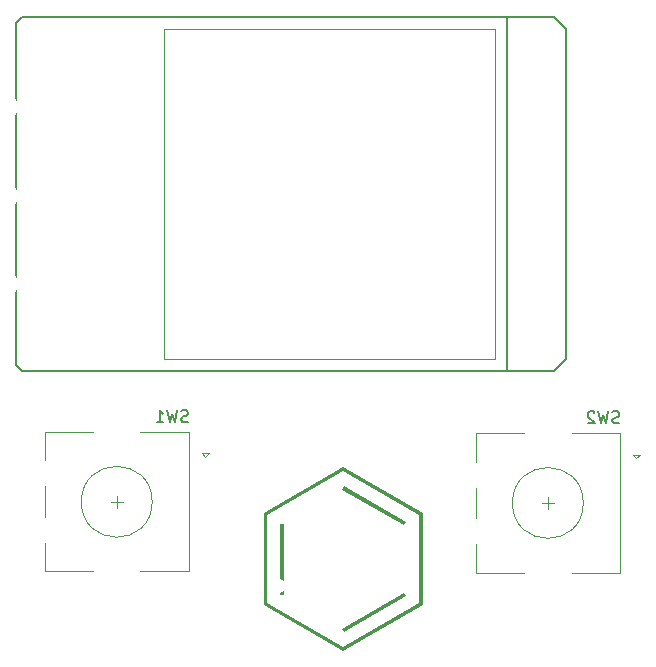
<source format=gbr>
%TF.GenerationSoftware,KiCad,Pcbnew,8.0.4*%
%TF.CreationDate,2024-10-12T17:49:04+01:00*%
%TF.ProjectId,MKRZero_V5.0,4d4b525a-6572-46f5-9f56-352e302e6b69,rev?*%
%TF.SameCoordinates,Original*%
%TF.FileFunction,Legend,Bot*%
%TF.FilePolarity,Positive*%
%FSLAX46Y46*%
G04 Gerber Fmt 4.6, Leading zero omitted, Abs format (unit mm)*
G04 Created by KiCad (PCBNEW 8.0.4) date 2024-10-12 17:49:04*
%MOMM*%
%LPD*%
G01*
G04 APERTURE LIST*
%ADD10C,0.000000*%
%ADD11C,0.150000*%
%ADD12C,0.127000*%
%ADD13C,0.120000*%
%ADD14C,3.200000*%
%ADD15C,1.600000*%
%ADD16O,1.800000X1.800000*%
%ADD17C,1.800000*%
%ADD18C,1.200000*%
%ADD19C,2.500000*%
%ADD20C,1.879600*%
%ADD21R,2.000000X2.000000*%
%ADD22C,2.000000*%
%ADD23R,3.200000X2.000000*%
G04 APERTURE END LIST*
D10*
G36*
X36132162Y-52772468D02*
G01*
X35809701Y-52772468D01*
X35809701Y-46744930D01*
X36132162Y-46744930D01*
X36132162Y-52772468D01*
G37*
G36*
X47939192Y-53648901D02*
G01*
X41192317Y-57543236D01*
X34445443Y-53648901D01*
X34445443Y-46042130D01*
X34759636Y-46042130D01*
X34759636Y-53467000D01*
X41192317Y-57179435D01*
X47625000Y-53467000D01*
X47625000Y-46042130D01*
X41192317Y-42329696D01*
X34759636Y-46042130D01*
X34445443Y-46042130D01*
X34445443Y-45860229D01*
X41192317Y-41965894D01*
X47939192Y-45860229D01*
X47939192Y-46042130D01*
X47939192Y-53648901D01*
G37*
G36*
X46492252Y-46604370D02*
G01*
X46335156Y-46885490D01*
X41109635Y-43867586D01*
X41275000Y-43594735D01*
X46492252Y-46604370D01*
G37*
G36*
X46492252Y-52904760D02*
G01*
X41275000Y-55922664D01*
X41109635Y-55641544D01*
X46326888Y-52631908D01*
X46492252Y-52904760D01*
G37*
D11*
X28033332Y-38107200D02*
X27890475Y-38154819D01*
X27890475Y-38154819D02*
X27652380Y-38154819D01*
X27652380Y-38154819D02*
X27557142Y-38107200D01*
X27557142Y-38107200D02*
X27509523Y-38059580D01*
X27509523Y-38059580D02*
X27461904Y-37964342D01*
X27461904Y-37964342D02*
X27461904Y-37869104D01*
X27461904Y-37869104D02*
X27509523Y-37773866D01*
X27509523Y-37773866D02*
X27557142Y-37726247D01*
X27557142Y-37726247D02*
X27652380Y-37678628D01*
X27652380Y-37678628D02*
X27842856Y-37631009D01*
X27842856Y-37631009D02*
X27938094Y-37583390D01*
X27938094Y-37583390D02*
X27985713Y-37535771D01*
X27985713Y-37535771D02*
X28033332Y-37440533D01*
X28033332Y-37440533D02*
X28033332Y-37345295D01*
X28033332Y-37345295D02*
X27985713Y-37250057D01*
X27985713Y-37250057D02*
X27938094Y-37202438D01*
X27938094Y-37202438D02*
X27842856Y-37154819D01*
X27842856Y-37154819D02*
X27604761Y-37154819D01*
X27604761Y-37154819D02*
X27461904Y-37202438D01*
X27128570Y-37154819D02*
X26890475Y-38154819D01*
X26890475Y-38154819D02*
X26699999Y-37440533D01*
X26699999Y-37440533D02*
X26509523Y-38154819D01*
X26509523Y-38154819D02*
X26271428Y-37154819D01*
X25366666Y-38154819D02*
X25938094Y-38154819D01*
X25652380Y-38154819D02*
X25652380Y-37154819D01*
X25652380Y-37154819D02*
X25747618Y-37297676D01*
X25747618Y-37297676D02*
X25842856Y-37392914D01*
X25842856Y-37392914D02*
X25938094Y-37440533D01*
X64533332Y-38207200D02*
X64390475Y-38254819D01*
X64390475Y-38254819D02*
X64152380Y-38254819D01*
X64152380Y-38254819D02*
X64057142Y-38207200D01*
X64057142Y-38207200D02*
X64009523Y-38159580D01*
X64009523Y-38159580D02*
X63961904Y-38064342D01*
X63961904Y-38064342D02*
X63961904Y-37969104D01*
X63961904Y-37969104D02*
X64009523Y-37873866D01*
X64009523Y-37873866D02*
X64057142Y-37826247D01*
X64057142Y-37826247D02*
X64152380Y-37778628D01*
X64152380Y-37778628D02*
X64342856Y-37731009D01*
X64342856Y-37731009D02*
X64438094Y-37683390D01*
X64438094Y-37683390D02*
X64485713Y-37635771D01*
X64485713Y-37635771D02*
X64533332Y-37540533D01*
X64533332Y-37540533D02*
X64533332Y-37445295D01*
X64533332Y-37445295D02*
X64485713Y-37350057D01*
X64485713Y-37350057D02*
X64438094Y-37302438D01*
X64438094Y-37302438D02*
X64342856Y-37254819D01*
X64342856Y-37254819D02*
X64104761Y-37254819D01*
X64104761Y-37254819D02*
X63961904Y-37302438D01*
X63628570Y-37254819D02*
X63390475Y-38254819D01*
X63390475Y-38254819D02*
X63199999Y-37540533D01*
X63199999Y-37540533D02*
X63009523Y-38254819D01*
X63009523Y-38254819D02*
X62771428Y-37254819D01*
X62438094Y-37350057D02*
X62390475Y-37302438D01*
X62390475Y-37302438D02*
X62295237Y-37254819D01*
X62295237Y-37254819D02*
X62057142Y-37254819D01*
X62057142Y-37254819D02*
X61961904Y-37302438D01*
X61961904Y-37302438D02*
X61914285Y-37350057D01*
X61914285Y-37350057D02*
X61866666Y-37445295D01*
X61866666Y-37445295D02*
X61866666Y-37540533D01*
X61866666Y-37540533D02*
X61914285Y-37683390D01*
X61914285Y-37683390D02*
X62485713Y-38254819D01*
X62485713Y-38254819D02*
X61866666Y-38254819D01*
D12*
%TO.C,J6*%
X13500000Y-4340000D02*
X14000000Y-3840000D01*
X13500000Y-33340000D02*
X13500000Y-4340000D01*
X13500000Y-33340000D02*
X14000000Y-33840000D01*
X14000000Y-3840000D02*
X55000000Y-3840000D01*
X14000000Y-33840000D02*
X55000000Y-33840000D01*
D13*
X26000000Y-4840000D02*
X26000000Y-32840000D01*
X26000000Y-4840000D02*
X54000000Y-4840000D01*
X26000000Y-32840000D02*
X54000000Y-32840000D01*
X54000000Y-4840000D02*
X54000000Y-32840000D01*
D12*
X55000000Y-3840000D02*
X55000000Y-33840000D01*
X55000000Y-3840000D02*
X59000000Y-3840000D01*
X59000000Y-3840000D02*
X60000000Y-4840000D01*
X59000000Y-33840000D02*
X55000000Y-33840000D01*
X60000000Y-4840000D02*
X60000000Y-32840000D01*
X60000000Y-32840000D02*
X59000000Y-33840000D01*
D13*
%TO.C,SW1*%
X15900000Y-39000000D02*
X20000000Y-39000000D01*
X15900000Y-41400000D02*
X15900000Y-39000000D01*
X15900000Y-46200000D02*
X15900000Y-43600000D01*
X15900000Y-50800000D02*
X15900000Y-48400000D01*
X20000000Y-50800000D02*
X15900000Y-50800000D01*
X21500000Y-44900000D02*
X22500000Y-44900000D01*
X22000000Y-45400000D02*
X22000000Y-44400000D01*
X28100000Y-39000000D02*
X24000000Y-39000000D01*
X28100000Y-50800000D02*
X24000000Y-50800000D01*
X28100000Y-50800000D02*
X28100000Y-39000000D01*
X29200000Y-40800000D02*
X29800000Y-40800000D01*
X29500000Y-41100000D02*
X29200000Y-40800000D01*
X29800000Y-40800000D02*
X29500000Y-41100000D01*
X25000000Y-44900000D02*
G75*
G02*
X19000000Y-44900000I-3000000J0D01*
G01*
X19000000Y-44900000D02*
G75*
G02*
X25000000Y-44900000I3000000J0D01*
G01*
%TO.C,SW2*%
X52400000Y-39100000D02*
X56500000Y-39100000D01*
X52400000Y-41500000D02*
X52400000Y-39100000D01*
X52400000Y-46300000D02*
X52400000Y-43700000D01*
X52400000Y-50900000D02*
X52400000Y-48500000D01*
X56500000Y-50900000D02*
X52400000Y-50900000D01*
X58000000Y-45000000D02*
X59000000Y-45000000D01*
X58500000Y-45500000D02*
X58500000Y-44500000D01*
X64600000Y-39100000D02*
X60500000Y-39100000D01*
X64600000Y-50900000D02*
X60500000Y-50900000D01*
X64600000Y-50900000D02*
X64600000Y-39100000D01*
X65700000Y-40900000D02*
X66300000Y-40900000D01*
X66000000Y-41200000D02*
X65700000Y-40900000D01*
X66300000Y-40900000D02*
X66000000Y-41200000D01*
X61500000Y-45000000D02*
G75*
G02*
X55500000Y-45000000I-3000000J0D01*
G01*
X55500000Y-45000000D02*
G75*
G02*
X61500000Y-45000000I3000000J0D01*
G01*
%TD*%
%LPC*%
D14*
%TO.C,H2*%
X76500000Y-3500000D03*
%TD*%
%TO.C,H3*%
X76500000Y-56500000D03*
%TD*%
D15*
%TO.C,J8*%
X68677000Y-31836000D03*
X69677000Y-36236000D03*
X73677000Y-36236000D03*
X76677000Y-36236000D03*
%TD*%
D16*
%TO.C,J7*%
X74549000Y-42418000D03*
X74549000Y-44958000D03*
D17*
X74549000Y-47498000D03*
%TD*%
D14*
%TO.C,H1*%
X3500000Y-3500000D03*
%TD*%
D18*
%TO.C,IC2*%
X43224000Y-52070000D03*
X35724000Y-52070000D03*
%TD*%
D19*
%TO.C,JMIDIOUT1*%
X67520000Y-26500000D03*
X67520000Y-19000000D03*
X67520000Y-11500000D03*
X65020000Y-24000000D03*
X65020000Y-14000000D03*
X77420000Y-14000000D03*
X77420000Y-16500000D03*
X77420000Y-21500000D03*
X77420000Y-24000000D03*
%TD*%
%TO.C,JMIDIIN1*%
X12400000Y-11500000D03*
X12400000Y-19000000D03*
X12400000Y-26500000D03*
X14900000Y-14000000D03*
X14900000Y-24000000D03*
X2500000Y-24000000D03*
X2500000Y-21500000D03*
X2500000Y-16500000D03*
X2500000Y-14000000D03*
%TD*%
D14*
%TO.C,H4*%
X3500000Y-56500000D03*
%TD*%
D20*
%TO.C,J6*%
X58460000Y-27740000D03*
X58460000Y-25200000D03*
X58460000Y-22660000D03*
X58460000Y-20120000D03*
X58460000Y-17580000D03*
X58460000Y-15040000D03*
X58460000Y-12500000D03*
X58460000Y-9960000D03*
%TD*%
D21*
%TO.C,SW1*%
X29500000Y-42400000D03*
D22*
X29500000Y-47400000D03*
X29500000Y-44900000D03*
D23*
X22000000Y-50500000D03*
X22000000Y-39300000D03*
D22*
X15000000Y-47400000D03*
X15000000Y-42400000D03*
%TD*%
D21*
%TO.C,SW2*%
X66000000Y-42500000D03*
D22*
X66000000Y-47500000D03*
X66000000Y-45000000D03*
D23*
X58500000Y-50600000D03*
X58500000Y-39400000D03*
D22*
X51500000Y-47500000D03*
X51500000Y-42500000D03*
%TD*%
%LPD*%
M02*

</source>
